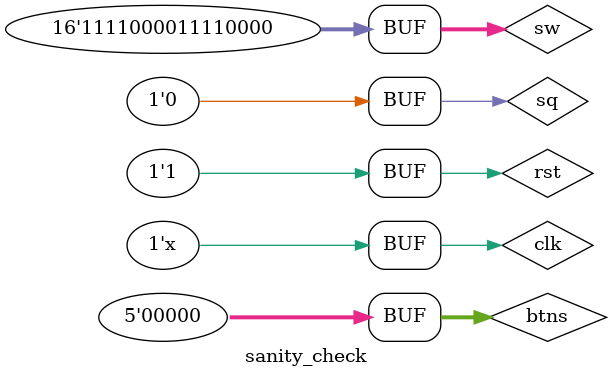
<source format=v>
`timescale 1ns / 1ps


module sanity_check();
    
reg clk, rst, sq;
reg [15:0] sw;
reg [4:0] btns;
wire empty, full;
 
Top_Level tl(.clk(clk), .rst(rst), .stackQueue(sq), .switches(sw), .btns(btns), 
             .empty(empty), .full(full));

always #5 clk = ~clk;
initial begin
    rst = 0;
    clk = 0;
    btns = 5'b0;
    sw = 16'b0;
    sq = 1'b0;
    #10
    rst = 1;
    #100
    
    
    
    sw = 16'hF0F0;
    #30000000
    btns = 5'b1;
    #30000000
    btns = 5'b0;
    
    /*
    sw = 16'hE4E4;
    #30000000
    btns = 5'b1;
    #30000000
    btns = 5'b0;
    */
    
    #30000000
    btns = 5'b00010;
    #30000000
    btns = 5'b0;
    
    $display("done");
    
end
endmodule

</source>
